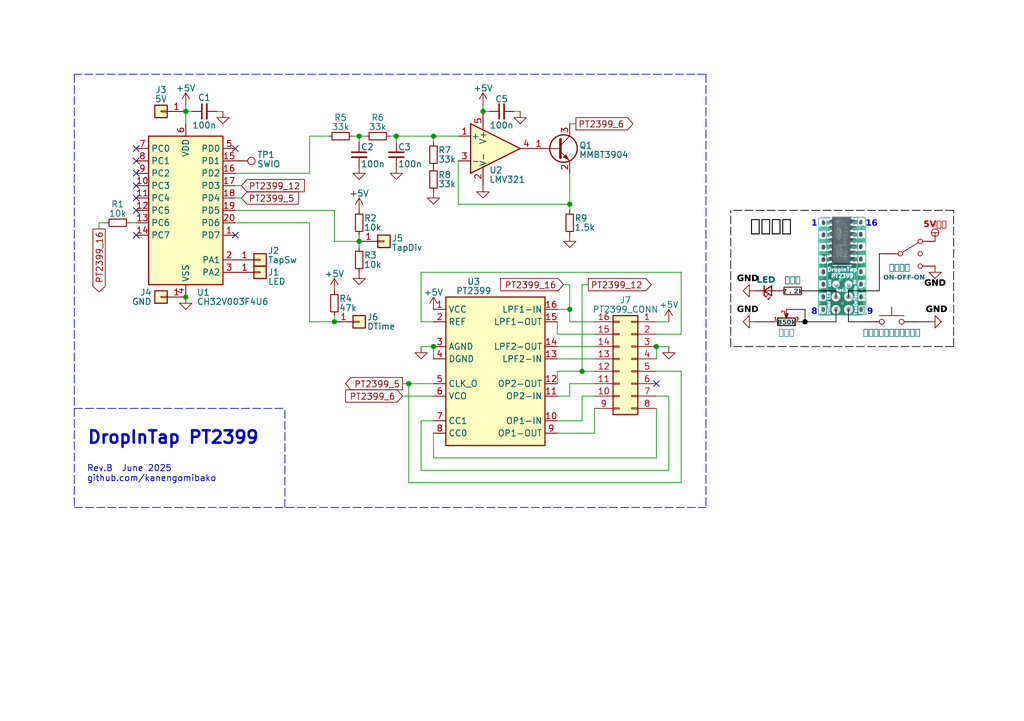
<source format=kicad_sch>
(kicad_sch (version 20250114) (generator "eeschema") (generator_version "9.0")
  (paper "A5")
  (lib_symbols
    (symbol "Amplifier_Operational:LMV321" (pin_names (offset 0.127))
      (property "Reference" "U" (at 0 5.08 0))
      (property "Value" "LMV321" (at 0 -5.08 0))
      (symbol "LMV321_0_1"
        (polyline (pts (xy -5.08 5.08) (xy 5.08 0) (xy -5.08 -5.08) (xy -5.08 5.08)) (stroke (width 0.254)) (fill (type background)))
        (pin power_in line (at -2.54 7.62 270) (length 3.81) (name "V+") (number "5"))
        (pin power_in line (at -2.54 -7.62 90) (length 3.81) (name "V-") (number "2"))
      )
      (symbol "LMV321_1_1"
        (pin input line (at -7.62 2.54 0) (length 2.54) (name "+") (number "1"))
        (pin input line (at -7.62 -2.54 0) (length 2.54) (name "-") (number "3"))
        (pin output line (at 7.62 0 180) (length 2.54) (name "~") (number "4"))
      )
    )
    (symbol "Audio:PT2399"
      (property "Reference" "U" (at 0 17.78 0))
      (property "Value" "PT2399" (at 0 -17.78 0))
      (symbol "PT2399_0_1"
        (rectangle (start -10.16 15.24) (end 10.16 -15.24) (stroke (width 0.254)) (fill (type background)))
      )
      (symbol "PT2399_1_1"
        (pin power_in line (at -12.7 12.7 0) (length 2.54) (name "VCC") (number "1"))
        (pin passive line (at -12.7 10.16 0) (length 2.54) (name "REF") (number "2"))
        (pin power_in line (at -12.7 5.08 0) (length 2.54) (name "AGND") (number "3"))
        (pin power_in line (at -12.7 2.54 0) (length 2.54) (name "DGND") (number "4"))
        (pin passive line (at -12.7 -2.54 0) (length 2.54) (name "CLK_O") (number "5"))
        (pin passive line (at -12.7 -5.08 0) (length 2.54) (name "VCO") (number "6"))
        (pin passive line (at -12.7 -10.16 0) (length 2.54) (name "CC1") (number "7"))
        (pin passive line (at -12.7 -12.7 0) (length 2.54) (name "CC0") (number "8"))
        (pin input line (at 12.7 12.7 180) (length 2.54) (name "LPF1-IN") (number "16"))
        (pin output line (at 12.7 10.16 180) (length 2.54) (name "LPF1-OUT") (number "15"))
        (pin output line (at 12.7 5.08 180) (length 2.54) (name "LPF2-OUT") (number "14"))
        (pin input line (at 12.7 2.54 180) (length 2.54) (name "LPF2-IN") (number "13"))
        (pin output line (at 12.7 -2.54 180) (length 2.54) (name "OP2-OUT") (number "12"))
        (pin input line (at 12.7 -5.08 180) (length 2.54) (name "OP2-IN") (number "11"))
        (pin input line (at 12.7 -10.16 180) (length 2.54) (name "OP1-IN") (number "10"))
        (pin output line (at 12.7 -12.7 180) (length 2.54) (name "OP1-OUT") (number "9"))
      )
    )
    (symbol "Connector:TestPoint" (pin_numbers (hide yes)) (pin_names (offset 0.762) (hide yes))
      (property "Reference" "TP" (at 0 6.858 0))
      (property "Value" "TestPoint" (at 0 5.08 0))
      (symbol "TestPoint_0_1"
        (circle (center 0 3.302) (radius 0.762))
      )
      (symbol "TestPoint_1_1"
        (pin passive line (at 0 0 90) (length 2.54) (name "1") (number "1"))
      )
    )
    (symbol "Connector_Generic:Conn_01x01" (pin_names (offset 1.016) (hide yes))
      (property "Reference" "J" (at 0 2.54 0))
      (property "Value" "Conn_01x01" (at 0 -2.54 0))
      (symbol "Conn_01x01_1_1"
        (rectangle (start -1.27 1.27) (end 1.27 -1.27) (stroke (width 0.254)) (fill (type background)))
        (rectangle (start -1.27 0.127) (end 0 -0.127) (stroke (width 0.1524)))
        (pin passive line (at -5.08 0 0) (length 3.81) (name "Pin_1") (number "1"))
      )
    )
    (symbol "Connector_Generic:Conn_02x08_Counter_Clockwise" (pin_names (offset 1.016) (hide yes))
      (property "Reference" "J" (at 1.27 10.16 0))
      (property "Value" "Conn_02x08_Counter_Clockwise" (at 1.27 -12.7 0))
      (symbol "Conn_02x08_Counter_Clockwise_1_1"
        (rectangle (start -1.27 8.89) (end 3.81 -11.43) (stroke (width 0.254)) (fill (type background)))
        (rectangle (start -1.27 7.747) (end 0 7.493) (stroke (width 0.1524)))
        (rectangle (start -1.27 5.207) (end 0 4.953) (stroke (width 0.1524)))
        (rectangle (start -1.27 2.667) (end 0 2.413) (stroke (width 0.1524)))
        (rectangle (start -1.27 0.127) (end 0 -0.127) (stroke (width 0.1524)))
        (rectangle (start -1.27 -2.413) (end 0 -2.667) (stroke (width 0.1524)))
        (rectangle (start -1.27 -4.953) (end 0 -5.207) (stroke (width 0.1524)))
        (rectangle (start -1.27 -7.493) (end 0 -7.747) (stroke (width 0.1524)))
        (rectangle (start -1.27 -10.033) (end 0 -10.287) (stroke (width 0.1524)))
        (rectangle (start 3.81 7.747) (end 2.54 7.493) (stroke (width 0.1524)))
        (rectangle (start 3.81 5.207) (end 2.54 4.953) (stroke (width 0.1524)))
        (rectangle (start 3.81 2.667) (end 2.54 2.413) (stroke (width 0.1524)))
        (rectangle (start 3.81 0.127) (end 2.54 -0.127) (stroke (width 0.1524)))
        (rectangle (start 3.81 -2.413) (end 2.54 -2.667) (stroke (width 0.1524)))
        (rectangle (start 3.81 -4.953) (end 2.54 -5.207) (stroke (width 0.1524)))
        (rectangle (start 3.81 -7.493) (end 2.54 -7.747) (stroke (width 0.1524)))
        (rectangle (start 3.81 -10.033) (end 2.54 -10.287) (stroke (width 0.1524)))
        (pin passive line (at -5.08 7.62 0) (length 3.81) (name "Pin_1") (number "1"))
        (pin passive line (at -5.08 5.08 0) (length 3.81) (name "Pin_2") (number "2"))
        (pin passive line (at -5.08 2.54 0) (length 3.81) (name "Pin_3") (number "3"))
        (pin passive line (at -5.08 0 0) (length 3.81) (name "Pin_4") (number "4"))
        (pin passive line (at -5.08 -2.54 0) (length 3.81) (name "Pin_5") (number "5"))
        (pin passive line (at -5.08 -5.08 0) (length 3.81) (name "Pin_6") (number "6"))
        (pin passive line (at -5.08 -7.62 0) (length 3.81) (name "Pin_7") (number "7"))
        (pin passive line (at -5.08 -10.16 0) (length 3.81) (name "Pin_8") (number "8"))
        (pin passive line (at 7.62 7.62 180) (length 3.81) (name "Pin_16") (number "16"))
        (pin passive line (at 7.62 5.08 180) (length 3.81) (name "Pin_15") (number "15"))
        (pin passive line (at 7.62 2.54 180) (length 3.81) (name "Pin_14") (number "14"))
        (pin passive line (at 7.62 0 180) (length 3.81) (name "Pin_13") (number "13"))
        (pin passive line (at 7.62 -2.54 180) (length 3.81) (name "Pin_12") (number "12"))
        (pin passive line (at 7.62 -5.08 180) (length 3.81) (name "Pin_11") (number "11"))
        (pin passive line (at 7.62 -7.62 180) (length 3.81) (name "Pin_10") (number "10"))
        (pin passive line (at 7.62 -10.16 180) (length 3.81) (name "Pin_9") (number "9"))
      )
    )
    (symbol "Device:C_Small" (pin_numbers (hide yes)) (pin_names (offset 0.254) (hide yes))
      (property "Reference" "C" (at 0.254 1.778 0))
      (property "Value" "C_Small" (at 0.254 -2.032 0))
      (symbol "C_Small_0_1"
        (polyline (pts (xy -1.524 0.508) (xy 1.524 0.508)) (stroke (width 0.3048)))
        (polyline (pts (xy -1.524 -0.508) (xy 1.524 -0.508)) (stroke (width 0.3302)))
      )
      (symbol "C_Small_1_1"
        (pin passive line (at 0 2.54 270) (length 2.032) (name "~") (number "1"))
        (pin passive line (at 0 -2.54 90) (length 2.032) (name "~") (number "2"))
      )
    )
    (symbol "Device:LED_Small" (pin_numbers (hide yes)) (pin_names (offset 0.254) (hide yes))
      (property "Reference" "D" (at -1.27 3.175 0))
      (property "Value" "LED_Small" (at -4.445 -2.54 0))
      (symbol "LED_Small_0_1"
        (polyline (pts (xy -0.762 -1.016) (xy -0.762 1.016)) (stroke (width 0.254)))
        (polyline (pts (xy 0 0.762) (xy -0.508 1.27) (xy -0.254 1.27) (xy -0.508 1.27) (xy -0.508 1.016)))
        (polyline (pts (xy 0.508 1.27) (xy 0 1.778) (xy 0.254 1.778) (xy 0 1.778) (xy 0 1.524)))
        (polyline (pts (xy 0.762 -1.016) (xy -0.762 0) (xy 0.762 1.016) (xy 0.762 -1.016)) (stroke (width 0.254)))
        (polyline (pts (xy 1.016 0) (xy -0.762 0)))
      )
      (symbol "LED_Small_1_1"
        (pin passive line (at -2.54 0 0) (length 1.778) (name "K") (number "1"))
        (pin passive line (at 2.54 0 180) (length 1.778) (name "A") (number "2"))
      )
    )
    (symbol "Device:R_Potentiometer_Small" (pin_names (offset 1.016) (hide yes))
      (property "Reference" "RV" (at -4.445 0 90))
      (property "Value" "R_Potentiometer_Small" (at -2.54 0 90))
      (symbol "R_Potentiometer_Small_0_1"
        (rectangle (start 0.762 1.8034) (end -0.762 -1.8034) (stroke (width 0.254)))
        (polyline (pts (xy 0.889 0) (xy 0.635 0) (xy 1.651 0.381) (xy 1.651 -0.381) (xy 0.635 0) (xy 0.889 0)) (fill (type outline)))
      )
      (symbol "R_Potentiometer_Small_1_1"
        (pin passive line (at 0 2.54 270) (length 0.635) (name "1") (number "1"))
        (pin passive line (at 0 -2.54 90) (length 0.635) (name "3") (number "3"))
        (pin passive line (at 2.54 0 180) (length 0.9906) (name "2") (number "2"))
      )
    )
    (symbol "Device:R_Small" (pin_numbers (hide yes)) (pin_names (offset 0.254) (hide yes))
      (property "Reference" "R" (at 0.762 0.508 0))
      (property "Value" "R_Small" (at 0.762 -1.016 0))
      (symbol "R_Small_0_1"
        (rectangle (start -0.762 1.778) (end 0.762 -1.778) (stroke (width 0.2032)))
      )
      (symbol "R_Small_1_1"
        (pin passive line (at 0 2.54 270) (length 0.762) (name "~") (number "1"))
        (pin passive line (at 0 -2.54 90) (length 0.762) (name "~") (number "2"))
      )
    )
    (symbol "MCU_WCH_CH32V0:CH32V003FxUx"
      (property "Reference" "U" (at -7.62 17.78 0))
      (property "Value" "CH32V003FxUx" (at 7.62 17.78 0))
      (symbol "CH32V003FxUx_1_1"
        (rectangle (start -7.62 15.24) (end 7.62 -15.24) (stroke (width 0.254)) (fill (type background)))
        (pin bidirectional line (at -10.16 12.7 0) (length 2.54) (name "PC0") (number "7"))
        (pin bidirectional line (at -10.16 10.16 0) (length 2.54) (name "PC1") (number "8"))
        (pin bidirectional line (at -10.16 7.62 0) (length 2.54) (name "PC2") (number "9"))
        (pin bidirectional line (at -10.16 5.08 0) (length 2.54) (name "PC3") (number "10"))
        (pin bidirectional line (at -10.16 2.54 0) (length 2.54) (name "PC4") (number "11"))
        (pin bidirectional line (at -10.16 0 0) (length 2.54) (name "PC5") (number "12"))
        (pin bidirectional line (at -10.16 -2.54 0) (length 2.54) (name "PC6") (number "13"))
        (pin bidirectional line (at -10.16 -5.08 0) (length 2.54) (name "PC7") (number "14"))
        (pin power_in line (at 0 17.78 270) (length 2.54) (name "VDD") (number "6"))
        (pin passive line (at 0 -17.78 90) (length 2.54) (hide yes) (name "VSS") (number "21"))
        (pin power_in line (at 0 -17.78 90) (length 2.54) (name "VSS") (number "4"))
        (pin bidirectional line (at 10.16 12.7 180) (length 2.54) (name "PD0") (number "5"))
        (pin bidirectional line (at 10.16 10.16 180) (length 2.54) (name "PD1") (number "15"))
        (pin bidirectional line (at 10.16 7.62 180) (length 2.54) (name "PD2") (number "16"))
        (pin bidirectional line (at 10.16 5.08 180) (length 2.54) (name "PD3") (number "17"))
        (pin bidirectional line (at 10.16 2.54 180) (length 2.54) (name "PD4") (number "18"))
        (pin bidirectional line (at 10.16 0 180) (length 2.54) (name "PD5") (number "19"))
        (pin bidirectional line (at 10.16 -2.54 180) (length 2.54) (name "PD6") (number "20"))
        (pin bidirectional line (at 10.16 -5.08 180) (length 2.54) (name "PD7") (number "1"))
        (pin bidirectional line (at 10.16 -10.16 180) (length 2.54) (name "PA1") (number "2"))
        (pin bidirectional line (at 10.16 -12.7 180) (length 2.54) (name "PA2") (number "3"))
      )
    )
    (symbol "Switch:SW_Push" (pin_numbers (hide yes)) (pin_names (offset 1.016) (hide yes))
      (property "Reference" "SW" (at 1.27 2.54 0))
      (property "Value" "SW_Push" (at 0 -1.524 0))
      (symbol "SW_Push_0_1"
        (circle (center -2.032 0) (radius 0.508))
        (polyline (pts (xy 0 1.27) (xy 0 3.048)))
        (circle (center 2.032 0) (radius 0.508))
        (polyline (pts (xy 2.54 1.27) (xy -2.54 1.27)))
        (pin passive line (at -5.08 0 0) (length 2.54) (name "1") (number "1"))
        (pin passive line (at 5.08 0 180) (length 2.54) (name "2") (number "2"))
      )
    )
    (symbol "Switch:SW_SPDT_MSM" (pin_numbers (hide yes)) (pin_names (offset 0) (hide yes))
      (property "Value" "ON-OFF-ON スイッチ" (at 0 6.35 0))
      (symbol "SW_SPDT_MSM_0_1"
        (circle (center -2.032 0) (radius 0.4572))
        (polyline (pts (xy -1.651 0.254) (xy 1.651 2.286)))
        (circle (center 2.032 2.54) (radius 0.4572))
        (circle (center 2.032 0) (radius 0.4572))
        (circle (center 2.032 -2.54) (radius 0.4572))
      )
      (symbol "SW_SPDT_MSM_1_1"
        (pin passive line (at -5.08 0 0) (length 2.54) (name "3") (number "2"))
        (pin passive line (at 5.08 2.54 180) (length 2.54) (name "1") (number "1"))
        (pin passive line (at 5.08 -2.54 180) (length 2.54) (name "4") (number "3"))
      )
    )
    (symbol "Transistor_BJT:MMBT3904" (pin_names (offset 0) (hide yes))
      (property "Reference" "Q" (at 5.08 1.905 0))
      (property "Value" "MMBT3904" (at 5.08 0 0))
      (symbol "MMBT3904_0_1"
        (polyline (pts (xy -2.54 0) (xy 0.635 0)))
        (polyline (pts (xy 0.635 1.905) (xy 0.635 -1.905)) (stroke (width 0.508)))
        (circle (center 1.27 0) (radius 2.8194) (stroke (width 0.254)))
      )
      (symbol "MMBT3904_1_1"
        (polyline (pts (xy 0.635 0.635) (xy 2.54 2.54)))
        (polyline (pts (xy 0.635 -0.635) (xy 2.54 -2.54)))
        (polyline (pts (xy 1.27 -1.778) (xy 1.778 -1.27) (xy 2.286 -2.286) (xy 1.27 -1.778)) (fill (type outline)))
        (pin input line (at -5.08 0 0) (length 2.54) (name "B") (number "1"))
        (pin passive line (at 2.54 5.08 270) (length 2.54) (name "C") (number "3"))
        (pin passive line (at 2.54 -5.08 90) (length 2.54) (name "E") (number "2"))
      )
    )
    (symbol "myLib:+9V" (power) (pin_names (offset 0))
      (property "Value" "+9V" (at 0 3.556 0))
      (symbol "+9V_0_0"
        (polyline (pts (xy -0.762 1.778) (xy 0.762 1.778)))
        (circle (center 0 1.778) (radius 0.7725))
      )
      (symbol "+9V_0_1"
        (polyline (pts (xy 0 0) (xy 0 1.778)))
      )
      (symbol "+9V_1_1"
        (pin power_in line (at 0 0 90) (length 0) (hide yes) (name "+9V") (number "1"))
      )
    )
    (symbol "power:+5V" (power) (pin_numbers (hide yes)) (pin_names (offset 0) (hide yes))
      (property "Value" "+5V" (at 0 3.556 0))
      (symbol "+5V_0_1"
        (polyline (pts (xy -0.762 1.27) (xy 0 2.54)))
        (polyline (pts (xy 0 2.54) (xy 0.762 1.27)))
        (polyline (pts (xy 0 0) (xy 0 2.54)))
      )
      (symbol "+5V_1_1"
        (pin power_in line (at 0 0 90) (length 0) (name "~") (number "1"))
      )
    )
    (symbol "power:GND" (power) (pin_names (offset 0))
      (property "Value" "GND" (at 0 -3.81 0))
      (symbol "GND_0_1"
        (polyline (pts (xy 0 0) (xy 0 -1.27) (xy 1.27 -1.27) (xy 0 -2.54) (xy -1.27 -1.27) (xy 0 -1.27)))
      )
      (symbol "GND_1_1"
        (pin power_in line (at 0 0 270) (length 0) (hide yes) (name "GND") (number "1"))
      )
    )
  )
  (text "2 . 2k" (at 162.56 60.325 0) (effects (font (size 0.9525 0.9525) (thickness 0.1905) (bold yes))))
  (text "DropInTap PT2399" (at 17.78 91.44 0) (effects (font (size 2.54 2.54) (thickness 0.508) (bold yes)) (justify left bottom)))
  (text "ON-OFF-ON" (at 185.42 57.4675 0) (effects (font (size 0.9525 0.9525) (bold yes))))
  (text "B50k" (at 161.29 66.675 0) (effects (font (size 0.9525 0.9525) (thickness 0.1905) (bold yes))))
  (text "配線方法" (at 158.115 47.3075 0) (effects (font (size 2.54 2.54))))
  (text "Rev.B  June 2025\ngithub.com/kanengomibako" (at 17.78 99.06 0) (effects (font (size 1.27 1.27) (thickness 0.1588)) (justify left bottom)))
  (text "16" (at 178.7525 46.355 0) (effects (font (size 1.27 1.27) (thickness 0.254) (bold yes))))
  (text "9" (at 178.435 64.4525 0) (effects (font (size 1.27 1.27) (thickness 0.254) (bold yes))))
  (text "1" (at 167.005 46.355 0) (effects (font (size 1.27 1.27) (thickness 0.254) (bold yes))))
  (text "8" (at 167.005 64.4525 0) (effects (font (size 1.27 1.27) (thickness 0.254) (bold yes))))
  (junction (at 134.62 71.12))
  (junction (at 73.66 49.53))
  (junction (at 88.9 71.12))
  (junction (at 68.58 66.04))
  (junction (at 119.38 76.2))
  (junction (at 165.1 66.04) (color 0 0 0 1))
  (junction (at 38.1 60.96))
  (junction (at 73.66 27.94))
  (junction (at 116.84 41.91))
  (junction (at 83.82 78.74))
  (junction (at 38.1 22.86))
  (junction (at 99.06 22.86))
  (junction (at 88.9 27.94))
  (junction (at 81.28 27.94))
  (junction (at 116.84 63.5))
  (no_connect (at 27.94 33.02))
  (no_connect (at 27.94 48.26))
  (no_connect (at 134.62 78.74))
  (no_connect (at 27.94 35.56))
  (no_connect (at 27.94 30.48))
  (no_connect (at 48.26 30.48))
  (no_connect (at 27.94 43.18))
  (no_connect (at 27.94 38.1))
  (no_connect (at 27.94 40.64))
  (no_connect (at 48.26 48.26))
  (wire (pts (xy 121.92 81.28) (xy 119.38 81.28)))
  (polyline (pts (xy 195.58 71.12) (xy 149.86 71.12)) (stroke (width 0) (type dash) (color 0 0 0 1)))
  (wire (pts (xy 82.55 81.28) (xy 88.9 81.28)))
  (wire (pts (xy 116.84 35.56) (xy 116.84 41.91)))
  (polyline (pts (xy 149.86 71.12) (xy 149.86 43.18)) (stroke (width 0) (type dash) (color 0 0 0 1)))
  (polyline (pts (xy 58.42 104.14) (xy 58.42 83.82)) (stroke (width 0) (type dash)))
  (wire (pts (xy 116.84 78.74) (xy 121.92 78.74)))
  (wire (pts (xy 26.67 45.72) (xy 27.94 45.72)))
  (wire (pts (xy 80.01 27.94) (xy 81.28 27.94)))
  (wire (pts (xy 137.16 66.04) (xy 134.62 66.04)))
  (polyline (pts (xy 195.58 43.18) (xy 149.86 43.18)) (stroke (width 0) (type dash) (color 0 0 0 1)))
  (wire (pts (xy 134.62 68.58) (xy 139.7 68.58)))
  (wire (pts (xy 63.5 27.94) (xy 67.31 27.94)))
  (wire (pts (xy 114.3 78.74) (xy 114.3 76.2)))
  (wire (pts (xy 86.36 86.36) (xy 86.36 96.52)))
  (wire (pts (xy 119.38 58.42) (xy 120.65 58.42)))
  (wire (pts (xy 99.06 21.59) (xy 99.06 22.86)))
  (wire (pts (xy 49.53 40.64) (xy 48.26 40.64)))
  (wire (pts (xy 158.75 66.04) (xy 154.94 66.04)) (stroke (width 0) (color 0 0 0 1)))
  (wire (pts (xy 88.9 71.12) (xy 88.9 73.66)))
  (wire (pts (xy 63.5 66.04) (xy 68.58 66.04)))
  (wire (pts (xy 86.36 96.52) (xy 137.16 96.52)))
  (polyline (pts (xy 144.78 15.24) (xy 15.24 15.24)) (stroke (width 0) (type dash)))
  (wire (pts (xy 73.66 50.8) (xy 73.66 49.53)))
  (polyline (pts (xy 195.58 71.12) (xy 195.58 43.18)) (stroke (width 0) (type dash) (color 0 0 0 1)))
  (wire (pts (xy 134.62 76.2) (xy 139.7 76.2)))
  (wire (pts (xy 173.99 59.69) (xy 173.99 60.96)) (stroke (width 0) (color 0 0 0 1)))
  (wire (pts (xy 116.84 41.91) (xy 116.84 43.18)))
  (wire (pts (xy 114.3 63.5) (xy 116.84 63.5)))
  (wire (pts (xy 114.3 81.28) (xy 116.84 81.28)))
  (wire (pts (xy 114.3 68.58) (xy 121.92 68.58)))
  (polyline (pts (xy 144.78 15.24) (xy 144.78 104.14)) (stroke (width 0) (type dash)))
  (wire (pts (xy 38.1 22.86) (xy 38.1 25.4)))
  (wire (pts (xy 114.3 66.04) (xy 114.3 68.58)))
  (wire (pts (xy 20.32 46.99) (xy 20.32 45.72)))
  (wire (pts (xy 116.84 81.28) (xy 116.84 78.74)))
  (wire (pts (xy 180.34 52.07) (xy 180.34 59.69)) (stroke (width 0) (color 0 0 0 1)))
  (wire (pts (xy 173.99 66.04) (xy 177.8 66.04)) (stroke (width 0) (color 0 0 0 1)))
  (wire (pts (xy 118.11 25.4) (xy 116.84 25.4)))
  (wire (pts (xy 134.62 81.28) (xy 137.16 81.28)))
  (wire (pts (xy 82.55 78.74) (xy 83.82 78.74)))
  (wire (pts (xy 171.45 63.5) (xy 171.45 66.04)) (stroke (width 0) (color 0 0 0 1)))
  (wire (pts (xy 20.32 45.72) (xy 21.59 45.72)))
  (wire (pts (xy 116.84 58.42) (xy 116.84 63.5)))
  (wire (pts (xy 88.9 27.94) (xy 88.9 29.21)))
  (wire (pts (xy 165.1 66.04) (xy 171.45 66.04)) (stroke (width 0) (color 0 0 0 1)))
  (wire (pts (xy 83.82 78.74) (xy 88.9 78.74)))
  (wire (pts (xy 173.99 59.69) (xy 180.34 59.69)) (stroke (width 0) (color 0 0 0 1)))
  (wire (pts (xy 114.3 76.2) (xy 119.38 76.2)))
  (wire (pts (xy 86.36 66.04) (xy 88.9 66.04)))
  (wire (pts (xy 88.9 86.36) (xy 86.36 86.36)))
  (wire (pts (xy 114.3 73.66) (xy 121.92 73.66)))
  (polyline (pts (xy 15.24 104.14) (xy 144.78 104.14)) (stroke (width 0) (type dash)))
  (wire (pts (xy 115.57 58.42) (xy 116.84 58.42)))
  (wire (pts (xy 119.38 76.2) (xy 119.38 58.42)))
  (wire (pts (xy 93.98 33.02) (xy 93.98 41.91)))
  (wire (pts (xy 63.5 27.94) (xy 63.5 35.56)))
  (wire (pts (xy 116.84 66.04) (xy 121.92 66.04)))
  (wire (pts (xy 114.3 86.36) (xy 119.38 86.36)))
  (wire (pts (xy 114.3 71.12) (xy 121.92 71.12)))
  (polyline (pts (xy 15.24 83.82) (xy 58.42 83.82)) (stroke (width 0) (type dash)))
  (wire (pts (xy 139.7 99.06) (xy 83.82 99.06)))
  (wire (pts (xy 88.9 27.94) (xy 93.98 27.94)))
  (wire (pts (xy 165.1 63.5) (xy 165.1 66.04)) (stroke (width 0) (color 0 0 0 1)))
  (wire (pts (xy 73.66 27.94) (xy 73.66 29.21)))
  (wire (pts (xy 105.41 22.86) (xy 106.68 22.86)))
  (wire (pts (xy 99.06 22.86) (xy 100.33 22.86)))
  (wire (pts (xy 119.38 81.28) (xy 119.38 86.36)))
  (wire (pts (xy 137.16 96.52) (xy 137.16 81.28)))
  (wire (pts (xy 73.66 27.94) (xy 74.93 27.94)))
  (wire (pts (xy 190.5 66.04) (xy 187.96 66.04)) (stroke (width 0) (color 0 0 0 1)))
  (wire (pts (xy 48.26 45.72) (xy 63.5 45.72)))
  (wire (pts (xy 68.58 43.18) (xy 68.58 49.53)))
  (wire (pts (xy 68.58 49.53) (xy 73.66 49.53)))
  (wire (pts (xy 88.9 93.98) (xy 88.9 88.9)))
  (wire (pts (xy 86.36 71.12) (xy 88.9 71.12)))
  (wire (pts (xy 48.26 43.18) (xy 68.58 43.18)))
  (wire (pts (xy 139.7 55.88) (xy 86.36 55.88)))
  (wire (pts (xy 121.92 83.82) (xy 121.92 88.9)))
  (wire (pts (xy 119.38 76.2) (xy 121.92 76.2)))
  (wire (pts (xy 137.16 71.12) (xy 134.62 71.12)))
  (wire (pts (xy 93.98 41.91) (xy 116.84 41.91)))
  (wire (pts (xy 38.1 21.59) (xy 38.1 22.86)))
  (polyline (pts (xy 15.24 15.24) (xy 15.24 104.14)) (stroke (width 0) (type dash)))
  (wire (pts (xy 114.3 88.9) (xy 121.92 88.9)))
  (wire (pts (xy 81.28 27.94) (xy 81.28 29.21)))
  (wire (pts (xy 180.34 52.07) (xy 181.61 52.07)) (stroke (width 0) (color 0 0 0 1)))
  (wire (pts (xy 81.28 27.94) (xy 88.9 27.94)))
  (wire (pts (xy 165.1 59.69) (xy 171.45 59.69)) (stroke (width 0) (color 0 0 0 1)))
  (wire (pts (xy 163.83 66.04) (xy 165.1 66.04)) (stroke (width 0) (color 0 0 0 1)))
  (wire (pts (xy 49.53 38.1) (xy 48.26 38.1)))
  (wire (pts (xy 63.5 35.56) (xy 48.26 35.56)))
  (wire (pts (xy 116.84 63.5) (xy 116.84 66.04)))
  (wire (pts (xy 44.45 22.86) (xy 45.72 22.86)))
  (wire (pts (xy 161.29 63.5) (xy 165.1 63.5)) (stroke (width 0) (color 0 0 0 1)))
  (wire (pts (xy 63.5 45.72) (xy 63.5 66.04)))
  (wire (pts (xy 134.62 71.12) (xy 134.62 73.66)))
  (wire (pts (xy 83.82 78.74) (xy 83.82 99.06)))
  (wire (pts (xy 39.37 22.86) (xy 38.1 22.86)))
  (wire (pts (xy 139.7 76.2) (xy 139.7 99.06)))
  (wire (pts (xy 139.7 68.58) (xy 139.7 55.88)))
  (wire (pts (xy 173.99 63.5) (xy 173.99 66.04)) (stroke (width 0) (color 0 0 0 1)))
  (wire (pts (xy 171.45 59.69) (xy 171.45 60.96)) (stroke (width 0) (color 0 0 0 1)))
  (wire (pts (xy 134.62 93.98) (xy 88.9 93.98)))
  (wire (pts (xy 86.36 55.88) (xy 86.36 66.04)))
  (wire (pts (xy 72.39 27.94) (xy 73.66 27.94)))
  (wire (pts (xy 68.58 64.77) (xy 68.58 66.04)))
  (wire (pts (xy 73.66 48.26) (xy 73.66 49.53)))
  (wire (pts (xy 134.62 83.82) (xy 134.62 93.98)))
  (image (at 172.72 54.61) (scale 0.094))
  (global_label "PT2399_5" (shape output) (at 82.55 78.74 180) (property "Intersheetrefs" "${INTERSHEET_REFS}" (effects (hide yes))))
  (global_label "PT2399_5" (shape input) (at 49.53 40.64 0) (property "Intersheetrefs" "${INTERSHEET_REFS}" (effects (hide yes))))
  (global_label "PT2399_12" (shape input) (at 49.53 38.1 0) (property "Intersheetrefs" "${INTERSHEET_REFS}" (effects (hide yes))))
  (global_label "PT2399_6" (shape output) (at 118.11 25.4 0) (property "Intersheetrefs" "${INTERSHEET_REFS}" (effects (hide yes))))
  (global_label "PT2399_12" (shape output) (at 120.65 58.42 0) (property "Intersheetrefs" "${INTERSHEET_REFS}" (effects (hide yes))))
  (global_label "PT2399_16" (shape output) (at 20.32 46.99 270) (property "Intersheetrefs" "${INTERSHEET_REFS}" (effects (hide yes))))
  (global_label "PT2399_6" (shape input) (at 82.55 81.28 180) (property "Intersheetrefs" "${INTERSHEET_REFS}" (effects (hide yes))))
  (global_label "PT2399_16" (shape input) (at 115.57 58.42 180) (property "Intersheetrefs" "${INTERSHEET_REFS}" (effects (hide yes))))
  (symbol (lib_id "power:+5V") (at 68.58 59.69 0) (unit 1)
    (property "Reference" "#PWR06" (effects (hide yes)))
    (property "Value" "+5V" (at 68.58 56.1975 0))
    (property "Description" "Power symbol creates a global label with name \"+5V\"" (effects (hide yes)))
  )
  (symbol (lib_id "power:GND") (at 86.36 71.12 0) (mirror y) (unit 1)
    (property "Reference" "#PWR015" (effects (hide yes)))
    (property "Value" "GND" (effects (hide yes)))
  )
  (symbol (lib_id "MCU_WCH_CH32V0:CH32V003FxUx") (at 38.1 43.18 0) (unit 1)
    (property "Reference" "U1" (at 40.3225 60.0075 0) (effects (justify left)))
    (property "Value" "CH32V003F4U6" (at 40.3225 61.9125 0) (effects (justify left)))
    (property "Footprint" "myFoot:QFN-20-1EP_3x3mm_rotate" (effects (hide yes)))
    (property "LCSC" "C5299908" (effects (hide yes)))
  )
  (symbol (lib_id "Connector_Generic:Conn_02x08_Counter_Clockwise") (at 129.54 73.66 0) (mirror y) (unit 1)
    (property "Reference" "J7" (at 128.27 61.595 0))
    (property "Value" "PT2399_CONN" (at 128.27 63.5 0))
    (property "Footprint" "myFoot:my_DIP-16_ex" (effects (hide yes)))
  )
  (symbol (lib_id "Device:C_Small") (at 81.28 31.75 0) (unit 1)
    (property "Reference" "C3" (at 81.5975 30.1625 0) (effects (justify left)))
    (property "Value" "100n" (at 81.5975 33.655 0) (effects (justify left)))
    (property "Footprint" "Capacitor_SMD:C_0402_1005Metric" (effects (hide yes)))
    (property "LCSC" "C307331" (effects (hide yes)))
  )
  (symbol (lib_id "power:GND") (at 106.68 22.86 0) (mirror y) (unit 1)
    (property "Reference" "#PWR011" (effects (hide yes)))
    (property "Value" "GND" (effects (hide yes)))
  )
  (symbol (lib_id "power:+5V") (at 88.9 63.5 0) (unit 1)
    (property "Reference" "#PWR016" (effects (hide yes)))
    (property "Value" "+5V" (at 88.9 60.0075 0))
    (property "Description" "Power symbol creates a global label with name \"+5V\"" (effects (hide yes)))
  )
  (symbol (lib_id "Device:R_Small") (at 73.66 53.34 0) (unit 1)
    (property "Reference" "R3" (at 74.6125 52.3875 0) (effects (justify left)))
    (property "Value" "10k" (at 74.6125 54.2925 0) (effects (justify left)))
    (property "Footprint" "Resistor_SMD:R_0402_1005Metric" (effects (hide yes)))
    (property "LCSC" "C25744" (effects (hide yes)))
  )
  (symbol (lib_id "power:GND") (at 73.66 55.88 0) (mirror y) (unit 1)
    (property "Reference" "#PWR05" (effects (hide yes)))
    (property "Value" "GND" (effects (hide yes)))
  )
  (symbol (lib_id "power:GND") (at 88.9 39.37 0) (mirror y) (unit 1)
    (property "Reference" "#PWR09" (effects (hide yes)))
    (property "Value" "GND" (effects (hide yes)))
  )
  (symbol (lib_id "Connector_Generic:Conn_01x01") (at 33.02 60.96 180) (unit 1)
    (property "Reference" "J4" (at 31.115 60.0075 0) (effects (justify left)))
    (property "Value" "GND" (at 31.115 61.9125 0) (effects (justify left)))
    (property "Footprint" "myFoot:my_WirePad_0-8mmDrill" (effects (hide yes)))
  )
  (symbol (lib_id "Device:R_Small") (at 162.56 59.69 270) (unit 1)
    (property "Reference" "R10" (effects (hide yes)))
    (property "Value" "抵抗器" (at 162.56 57.4675 90) (effects (font (bold yes))))
    (property "Footprint" "Resistor_SMD:R_0603_1608Metric" (effects (hide yes)))
  )
  (symbol (lib_id "Device:R_Small") (at 69.85 27.94 90) (mirror x) (unit 1)
    (property "Reference" "R5" (at 69.85 24.13 90))
    (property "Value" "33k" (at 69.85 26.035 90))
    (property "Footprint" "Resistor_SMD:R_0402_1005Metric" (effects (hide yes)))
    (property "LCSC" "C25779" (effects (hide yes)))
  )
  (symbol (lib_id "Device:R_Small") (at 88.9 36.83 0) (unit 1)
    (property "Reference" "R8" (at 89.8525 35.8775 0) (effects (justify left)))
    (property "Value" "33k" (at 89.8525 37.7825 0) (effects (justify left)))
    (property "Footprint" "Resistor_SMD:R_0402_1005Metric" (effects (hide yes)))
    (property "LCSC" "C25779" (effects (hide yes)))
  )
  (symbol (lib_id "Audio:PT2399") (at 101.6 76.2 0) (unit 1)
    (property "Reference" "U3" (at 97.155 57.785 0))
    (property "Value" "PT2399" (at 97.155 59.69 0))
    (property "Footprint" "myFoot:my_SOP-16_SmallPad" (effects (hide yes)))
    (property "LCSC" "C126407" (effects (hide yes)))
  )
  (symbol (lib_id "Connector:TestPoint") (at 48.26 33.02 270) (unit 1)
    (property "Reference" "TP1" (at 52.705 31.75 90) (effects (justify left)))
    (property "Value" "SWIO" (at 52.705 33.655 90) (effects (justify left)))
    (property "Footprint" "myFoot:my_WirePad_1mmDrill" (effects (hide yes)))
    (property "Description" "test point" (effects (hide yes)))
  )
  (symbol (lib_id "power:+5V") (at 99.06 21.59 0) (unit 1)
    (property "Reference" "#PWR012" (effects (hide yes)))
    (property "Value" "+5V" (at 99.06 18.0975 0))
    (property "Description" "Power symbol creates a global label with name \"+5V\"" (effects (hide yes)))
  )
  (symbol (lib_id "Connector_Generic:Conn_01x01") (at 78.74 49.53 0) (mirror x) (unit 1)
    (property "Reference" "J5" (at 80.3275 48.895 0) (effects (justify left)))
    (property "Value" "TapDiv" (at 80.3275 50.8 0) (effects (justify left)))
    (property "Footprint" "myFoot:my_WirePad_0-8mmDrill" (effects (hide yes)))
  )
  (symbol (lib_id "power:GND") (at 81.28 34.29 0) (mirror y) (unit 1)
    (property "Reference" "#PWR08" (effects (hide yes)))
    (property "Value" "GND" (effects (hide yes)))
  )
  (symbol (lib_id "power:GND") (at 137.16 71.12 0) (unit 1)
    (property "Reference" "#PWR017" (effects (hide yes)))
    (property "Value" "GND" (effects (hide yes)))
  )
  (symbol (lib_id "power:+5V") (at 38.1 21.59 0) (unit 1)
    (property "Reference" "#PWR02" (effects (hide yes)))
    (property "Value" "+5V" (at 38.1 18.0975 0))
    (property "Description" "Power symbol creates a global label with name \"+5V\"" (effects (hide yes)))
  )
  (symbol (lib_id "Connector_Generic:Conn_01x01") (at 53.34 55.88 0) (mirror x) (unit 1)
    (property "Reference" "J1" (at 54.9275 55.88 0) (effects (justify left)))
    (property "Value" "LED" (at 54.9275 57.785 0) (effects (justify left)))
    (property "Footprint" "myFoot:my_WirePad_0-8mmDrill" (effects (hide yes)))
  )
  (symbol (lib_id "Device:R_Potentiometer_Small") (at 161.29 66.04 90) (unit 1)
    (property "Reference" "RV1" (effects (hide yes)))
    (property "Value" "ポット" (at 161.29 68.2625 90) (effects (font (bold yes))))
    (property "Description" "Potentiometer" (effects (hide yes)))
  )
  (symbol (lib_id "Device:LED_Small") (at 157.48 59.69 0) (mirror x) (unit 1)
    (property "Reference" "D1" (effects (hide yes)))
    (property "Value" "LED" (at 159.0675 57.4675 0) (effects (font (bold yes)) (justify right)))
    (property "Description" "Light emitting diode, small symbol" (effects (hide yes)))
  )
  (symbol (lib_id "power:GND") (at 191.77 54.61 0) (mirror y) (unit 1)
    (property "Reference" "#PWR022" (effects (hide yes)))
    (property "Value" "GND" (at 191.77 58.1025 0) (effects (font (bold yes))))
  )
  (symbol (lib_id "Device:R_Small") (at 73.66 45.72 0) (unit 1)
    (property "Reference" "R2" (at 74.6125 44.7675 0) (effects (justify left)))
    (property "Value" "10k" (at 74.6125 46.6725 0) (effects (justify left)))
    (property "Footprint" "Resistor_SMD:R_0402_1005Metric" (effects (hide yes)))
    (property "LCSC" "C25744" (effects (hide yes)))
  )
  (symbol (lib_id "Transistor_BJT:MMBT3904") (at 114.3 30.48 0) (unit 1)
    (property "Reference" "Q1" (at 118.745 29.845 0) (effects (justify left)))
    (property "Value" "MMBT3904" (at 118.745 31.75 0) (effects (justify left)))
    (property "Footprint" "myFoot:SOT-23_rotate" (effects (hide yes)))
    (property "LCSC" "C20526" (effects (hide yes)))
  )
  (symbol (lib_id "Device:R_Small") (at 24.13 45.72 90) (mirror x) (unit 1)
    (property "Reference" "R1" (at 24.13 41.91 90))
    (property "Value" "10k" (at 24.13 43.815 90))
    (property "Footprint" "Resistor_SMD:R_0402_1005Metric" (effects (hide yes)))
    (property "LCSC" "C25744" (effects (hide yes)))
  )
  (symbol (lib_id "Amplifier_Operational:LMV321") (at 101.6 30.48 0) (unit 1)
    (property "Reference" "U2" (at 100.33 34.925 0) (effects (justify left)))
    (property "Value" "LMV321" (at 100.33 36.83 0) (effects (justify left)))
    (property "Footprint" "myFoot:my_SOT-23-5_rotate" (effects (hide yes)))
    (property "Datasheet" "LMV321IDBVR" (effects (hide yes)))
    (property "LCSC" "C7972" (effects (hide yes)))
  )
  (symbol (lib_id "power:+5V") (at 137.16 66.04 0) (mirror y) (unit 1)
    (property "Reference" "#PWR018" (effects (hide yes)))
    (property "Value" "+5V" (at 137.16 62.5475 0))
    (property "Description" "Power symbol creates a global label with name \"+5V\"" (effects (hide yes)))
  )
  (symbol (lib_id "power:GND") (at 116.84 48.26 0) (mirror y) (unit 1)
    (property "Reference" "#PWR014" (effects (hide yes)))
    (property "Value" "GND" (effects (hide yes)))
  )
  (symbol (lib_id "power:GND") (at 190.5 66.04 90) (unit 1)
    (property "Reference" "#PWR024" (effects (hide yes)))
    (property "Value" "GND" (at 192.0875 63.5 90) (effects (font (bold yes))))
  )
  (symbol (lib_id "Device:C_Small") (at 73.66 31.75 0) (unit 1)
    (property "Reference" "C2" (at 73.9775 30.1625 0) (effects (justify left)))
    (property "Value" "100n" (at 73.9775 33.655 0) (effects (justify left)))
    (property "Footprint" "Capacitor_SMD:C_0402_1005Metric" (effects (hide yes)))
    (property "LCSC" "C307331" (effects (hide yes)))
  )
  (symbol (lib_id "Device:C_Small") (at 102.87 22.86 90) (unit 1)
    (property "Reference" "C5" (at 102.87 20.32 90))
    (property "Value" "100n" (at 102.87 25.7175 90))
    (property "Footprint" "Capacitor_SMD:C_0402_1005Metric" (effects (hide yes)))
    (property "LCSC" "C307331" (effects (hide yes)))
  )
  (symbol (lib_id "Connector_Generic:Conn_01x01") (at 73.66 66.04 0) (mirror x) (unit 1)
    (property "Reference" "J6" (at 75.2475 65.0875 0) (effects (justify left)))
    (property "Value" "DTime" (at 75.2475 66.9925 0) (effects (justify left)))
    (property "Footprint" "myFoot:my_WirePad_0-8mmDrill" (effects (hide yes)))
  )
  (symbol (lib_id "Switch:SW_SPDT_MSM") (at 186.69 52.07 0) (unit 1)
    (property "Reference" "SW2" (effects (hide yes)))
    (property "Value" "スイッチ" (at 184.4675 54.9275 0) (effects (font (bold yes))))
    (property "Description" "Switch, single pole double throw, center OFF position" (effects (hide yes)))
  )
  (symbol (lib_id "Device:R_Small") (at 88.9 31.75 0) (unit 1)
    (property "Reference" "R7" (at 89.8525 30.7975 0) (effects (justify left)))
    (property "Value" "33k" (at 89.8525 32.7025 0) (effects (justify left)))
    (property "Footprint" "Resistor_SMD:R_0402_1005Metric" (effects (hide yes)))
    (property "LCSC" "C25779" (effects (hide yes)))
  )
  (symbol (lib_id "power:+5V") (at 73.66 43.18 0) (unit 1)
    (property "Reference" "#PWR04" (effects (hide yes)))
    (property "Value" "+5V" (at 73.66 39.6875 0))
    (property "Description" "Power symbol creates a global label with name \"+5V\"" (effects (hide yes)))
  )
  (symbol (lib_id "Device:R_Small") (at 68.58 62.23 180) (unit 1)
    (property "Reference" "R4" (at 69.5325 61.2775 0) (effects (justify right)))
    (property "Value" "47k" (at 69.5325 63.1825 0) (effects (justify right)))
    (property "Footprint" "Resistor_SMD:R_0402_1005Metric" (effects (hide yes)))
    (property "LCSC" "C25792" (effects (hide yes)))
  )
  (symbol (lib_id "Device:C_Small") (at 41.91 22.86 90) (unit 1)
    (property "Reference" "C1" (at 41.91 20.0025 90))
    (property "Value" "100n" (at 41.91 25.7175 90))
    (property "Footprint" "Capacitor_SMD:C_0402_1005Metric" (effects (hide yes)))
    (property "LCSC" "C307331" (effects (hide yes)))
  )
  (symbol (lib_id "Switch:SW_Push") (at 182.88 66.04 0) (unit 1)
    (property "Reference" "SW1" (effects (hide yes)))
    (property "Value" "モーメンタリースイッチ" (at 182.88 68.2625 0) (effects (font (bold yes))))
    (property "Footprint" "Connector_PinHeader_2.54mm:PinHeader_1x02_P2.54mm_Vertical" (effects (hide yes)))
    (property "Description" "Push button switch, generic, two pins" (effects (hide yes)))
  )
  (symbol (lib_id "Connector_Generic:Conn_01x01") (at 33.02 22.86 180) (unit 1)
    (property "Reference" "J3" (at 33.02 18.415 0))
    (property "Value" "5V" (at 33.02 20.32 0))
    (property "Footprint" "myFoot:my_WirePad_0-8mmDrill" (effects (hide yes)))
  )
  (symbol (lib_id "power:GND") (at 38.1 60.96 0) (mirror y) (unit 1)
    (property "Reference" "#PWR03" (effects (hide yes)))
    (property "Value" "GND" (effects (hide yes)))
  )
  (symbol (lib_id "power:GND") (at 99.06 38.1 0) (mirror y) (unit 1)
    (property "Reference" "#PWR013" (effects (hide yes)))
    (property "Value" "GND" (effects (hide yes)))
  )
  (symbol (lib_id "Device:R_Small") (at 116.84 45.72 180) (unit 1)
    (property "Reference" "R9" (at 117.7925 44.7675 0) (effects (justify right)))
    (property "Value" "1.5k" (at 117.7925 46.6725 0) (effects (justify right)))
    (property "Footprint" "Resistor_SMD:R_0402_1005Metric" (effects (hide yes)))
    (property "LCSC" "C25867" (effects (hide yes)))
  )
  (symbol (lib_id "myLib:+9V") (at 191.77 49.53 0) (unit 1)
    (property "Reference" "#PWR020" (effects (hide yes)))
    (property "Value" "5V電源" (at 191.77 46.0375 0) (effects (font (bold yes))))
    (property "Description" "Power symbol creates a global label with name \"V+\"" (effects (hide yes)))
  )
  (symbol (lib_id "power:GND") (at 154.94 59.69 270) (mirror x) (unit 1)
    (property "Reference" "#PWR027" (effects (hide yes)))
    (property "Value" "GND" (at 153.3525 57.15 90) (effects (font (bold yes))))
  )
  (symbol (lib_id "Connector_Generic:Conn_01x01") (at 53.34 53.34 0) (mirror x) (unit 1)
    (property "Reference" "J2" (at 54.9275 51.435 0) (effects (justify left)))
    (property "Value" "TapSw" (at 54.9275 53.34 0) (effects (justify left)))
    (property "Footprint" "myFoot:my_WirePad_0-8mmDrill" (effects (hide yes)))
  )
  (symbol (lib_id "power:GND") (at 45.72 22.86 0) (mirror y) (unit 1)
    (property "Reference" "#PWR01" (effects (hide yes)))
    (property "Value" "GND" (effects (hide yes)))
  )
  (symbol (lib_id "power:GND") (at 73.66 34.29 0) (mirror y) (unit 1)
    (property "Reference" "#PWR07" (effects (hide yes)))
    (property "Value" "GND" (effects (hide yes)))
  )
  (symbol (lib_id "Device:R_Small") (at 77.47 27.94 90) (mirror x) (unit 1)
    (property "Reference" "R6" (at 77.47 24.13 90))
    (property "Value" "33k" (at 77.47 26.035 90))
    (property "Footprint" "Resistor_SMD:R_0402_1005Metric" (effects (hide yes)))
    (property "LCSC" "C25779" (effects (hide yes)))
  )
  (symbol (lib_id "power:GND") (at 154.94 66.04 270) (mirror x) (unit 1)
    (property "Reference" "#PWR023" (effects (hide yes)))
    (property "Value" "GND" (at 153.3525 63.5 90) (effects (font (bold yes))))
  )
)
</source>
